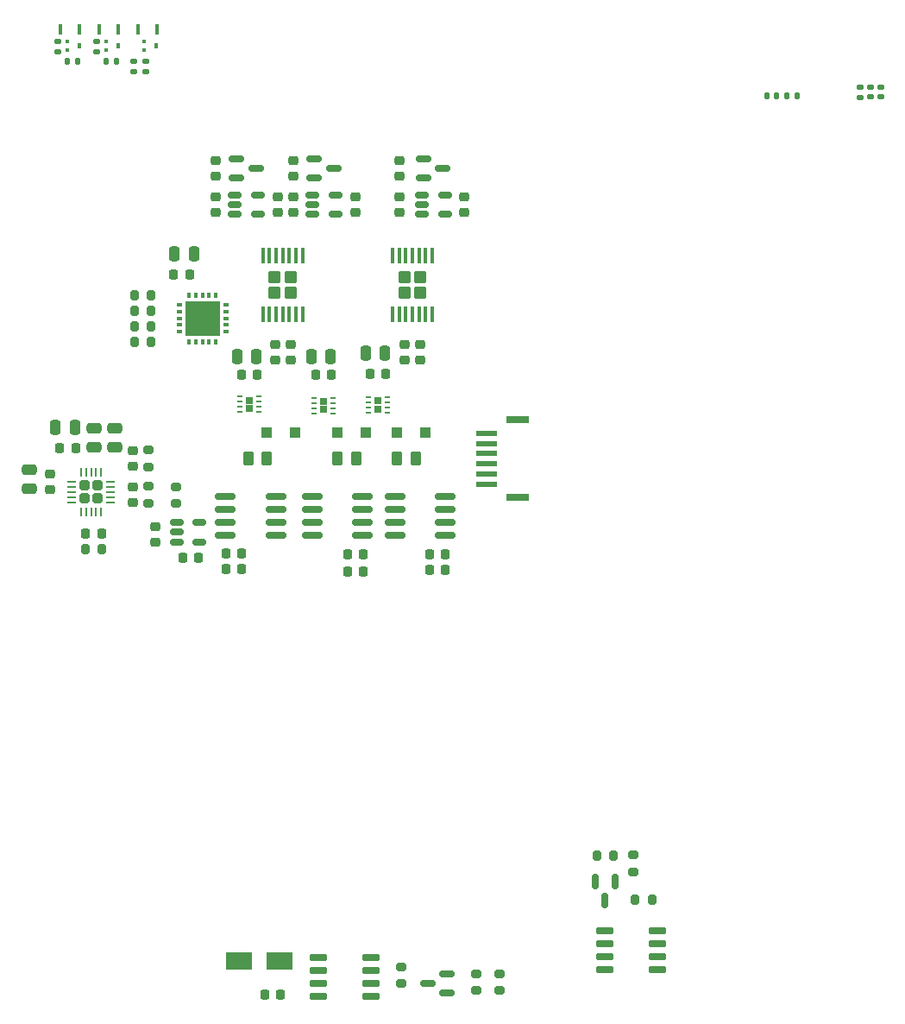
<source format=gbp>
G04 #@! TF.GenerationSoftware,KiCad,Pcbnew,(6.0.5)*
G04 #@! TF.CreationDate,2022-06-17T13:42:06-04:00*
G04 #@! TF.ProjectId,FP Interface Card,46502049-6e74-4657-9266-616365204361,rev?*
G04 #@! TF.SameCoordinates,Original*
G04 #@! TF.FileFunction,Paste,Bot*
G04 #@! TF.FilePolarity,Positive*
%FSLAX46Y46*%
G04 Gerber Fmt 4.6, Leading zero omitted, Abs format (unit mm)*
G04 Created by KiCad (PCBNEW (6.0.5)) date 2022-06-17 13:42:06*
%MOMM*%
%LPD*%
G01*
G04 APERTURE LIST*
G04 Aperture macros list*
%AMRoundRect*
0 Rectangle with rounded corners*
0 $1 Rounding radius*
0 $2 $3 $4 $5 $6 $7 $8 $9 X,Y pos of 4 corners*
0 Add a 4 corners polygon primitive as box body*
4,1,4,$2,$3,$4,$5,$6,$7,$8,$9,$2,$3,0*
0 Add four circle primitives for the rounded corners*
1,1,$1+$1,$2,$3*
1,1,$1+$1,$4,$5*
1,1,$1+$1,$6,$7*
1,1,$1+$1,$8,$9*
0 Add four rect primitives between the rounded corners*
20,1,$1+$1,$2,$3,$4,$5,0*
20,1,$1+$1,$4,$5,$6,$7,0*
20,1,$1+$1,$6,$7,$8,$9,0*
20,1,$1+$1,$8,$9,$2,$3,0*%
G04 Aperture macros list end*
%ADD10R,0.400000X0.615800*%
%ADD11R,0.615800X0.400000*%
%ADD12R,3.350000X3.350000*%
%ADD13R,0.370000X1.000000*%
%ADD14RoundRect,0.140000X-0.170000X0.140000X-0.170000X-0.140000X0.170000X-0.140000X0.170000X0.140000X0*%
%ADD15R,0.450000X0.400000*%
%ADD16R,0.450000X0.500000*%
%ADD17RoundRect,0.135000X-0.135000X-0.185000X0.135000X-0.185000X0.135000X0.185000X-0.135000X0.185000X0*%
%ADD18RoundRect,0.135000X-0.185000X0.135000X-0.185000X-0.135000X0.185000X-0.135000X0.185000X0.135000X0*%
%ADD19RoundRect,0.135000X0.185000X-0.135000X0.185000X0.135000X-0.185000X0.135000X-0.185000X-0.135000X0*%
%ADD20RoundRect,0.140000X-0.140000X-0.170000X0.140000X-0.170000X0.140000X0.170000X-0.140000X0.170000X0*%
%ADD21RoundRect,0.140000X0.140000X0.170000X-0.140000X0.170000X-0.140000X-0.170000X0.140000X-0.170000X0*%
%ADD22RoundRect,0.225000X-0.225000X-0.250000X0.225000X-0.250000X0.225000X0.250000X-0.225000X0.250000X0*%
%ADD23RoundRect,0.150000X0.825000X0.150000X-0.825000X0.150000X-0.825000X-0.150000X0.825000X-0.150000X0*%
%ADD24RoundRect,0.225000X0.225000X0.250000X-0.225000X0.250000X-0.225000X-0.250000X0.225000X-0.250000X0*%
%ADD25RoundRect,0.150000X-0.512500X-0.150000X0.512500X-0.150000X0.512500X0.150000X-0.512500X0.150000X0*%
%ADD26RoundRect,0.250000X0.262500X0.450000X-0.262500X0.450000X-0.262500X-0.450000X0.262500X-0.450000X0*%
%ADD27R,2.025000X0.600000*%
%ADD28R,2.275000X0.800000*%
%ADD29RoundRect,0.150000X-0.725000X-0.150000X0.725000X-0.150000X0.725000X0.150000X-0.725000X0.150000X0*%
%ADD30RoundRect,0.225000X0.250000X-0.225000X0.250000X0.225000X-0.250000X0.225000X-0.250000X-0.225000X0*%
%ADD31RoundRect,0.250000X0.475000X-0.250000X0.475000X0.250000X-0.475000X0.250000X-0.475000X-0.250000X0*%
%ADD32RoundRect,0.250001X-0.374999X0.354999X-0.374999X-0.354999X0.374999X-0.354999X0.374999X0.354999X0*%
%ADD33RoundRect,0.100000X-0.100000X0.687500X-0.100000X-0.687500X0.100000X-0.687500X0.100000X0.687500X0*%
%ADD34RoundRect,0.200000X-0.275000X0.200000X-0.275000X-0.200000X0.275000X-0.200000X0.275000X0.200000X0*%
%ADD35RoundRect,0.200000X0.200000X0.275000X-0.200000X0.275000X-0.200000X-0.275000X0.200000X-0.275000X0*%
%ADD36R,1.100000X1.100000*%
%ADD37R,2.500000X1.800000*%
%ADD38R,0.750000X0.650000*%
%ADD39R,0.500000X0.250000*%
%ADD40RoundRect,0.250000X-0.255000X0.255000X-0.255000X-0.255000X0.255000X-0.255000X0.255000X0.255000X0*%
%ADD41RoundRect,0.062500X-0.062500X0.350000X-0.062500X-0.350000X0.062500X-0.350000X0.062500X0.350000X0*%
%ADD42RoundRect,0.062500X-0.350000X0.062500X-0.350000X-0.062500X0.350000X-0.062500X0.350000X0.062500X0*%
%ADD43RoundRect,0.200000X-0.200000X-0.275000X0.200000X-0.275000X0.200000X0.275000X-0.200000X0.275000X0*%
%ADD44RoundRect,0.200000X0.275000X-0.200000X0.275000X0.200000X-0.275000X0.200000X-0.275000X-0.200000X0*%
%ADD45RoundRect,0.225000X-0.250000X0.225000X-0.250000X-0.225000X0.250000X-0.225000X0.250000X0.225000X0*%
%ADD46RoundRect,0.250000X0.250000X0.475000X-0.250000X0.475000X-0.250000X-0.475000X0.250000X-0.475000X0*%
%ADD47RoundRect,0.150000X-0.587500X-0.150000X0.587500X-0.150000X0.587500X0.150000X-0.587500X0.150000X0*%
%ADD48RoundRect,0.250000X-0.250000X-0.475000X0.250000X-0.475000X0.250000X0.475000X-0.250000X0.475000X0*%
%ADD49RoundRect,0.150000X0.725000X0.150000X-0.725000X0.150000X-0.725000X-0.150000X0.725000X-0.150000X0*%
%ADD50RoundRect,0.150000X0.587500X0.150000X-0.587500X0.150000X-0.587500X-0.150000X0.587500X-0.150000X0*%
%ADD51RoundRect,0.150000X-0.150000X0.587500X-0.150000X-0.587500X0.150000X-0.587500X0.150000X0.587500X0*%
G04 APERTURE END LIST*
D10*
X60000208Y-91022501D03*
X60650208Y-91022501D03*
X61300208Y-91022501D03*
X61950208Y-91022501D03*
X62600208Y-91022501D03*
D11*
X63583108Y-92005401D03*
X63583108Y-92655401D03*
X63583108Y-93305401D03*
X63583108Y-93955401D03*
X63583108Y-94605401D03*
D10*
X62600208Y-95588301D03*
X61950208Y-95588301D03*
X61300208Y-95588301D03*
X60650208Y-95588301D03*
X60000208Y-95588301D03*
D11*
X59017308Y-94605401D03*
X59017308Y-93955401D03*
X59017308Y-93305401D03*
X59017308Y-92655401D03*
X59017308Y-92005401D03*
D12*
X61300208Y-93305401D03*
D13*
X49233781Y-64974280D03*
X47373781Y-64974280D03*
X53033773Y-64974280D03*
X51173773Y-64974280D03*
X56833791Y-64974280D03*
X54973791Y-64974280D03*
D14*
X126878300Y-70636000D03*
X126878300Y-71596000D03*
X127868900Y-70636000D03*
X127868900Y-71596000D03*
D15*
X48084000Y-66969400D03*
X48084000Y-66169400D03*
D16*
X49234000Y-66569400D03*
D15*
X51868600Y-66969400D03*
X51868600Y-66169400D03*
D16*
X53018600Y-66569400D03*
D15*
X55577000Y-66969400D03*
X55577000Y-66169400D03*
D16*
X56727000Y-66569400D03*
D17*
X48072800Y-68118800D03*
X49092800Y-68118800D03*
D18*
X125887700Y-70631400D03*
X125887700Y-71651400D03*
D19*
X47109600Y-67181000D03*
X47109600Y-66161000D03*
D17*
X51882800Y-68118800D03*
X52902800Y-68118800D03*
D19*
X50945000Y-67181000D03*
X50945000Y-66161000D03*
D18*
X55775800Y-68108800D03*
X55775800Y-69128800D03*
D19*
X54526400Y-69136800D03*
X54526400Y-68116800D03*
D20*
X118689400Y-71497000D03*
X119649400Y-71497000D03*
D21*
X117668200Y-71497000D03*
X116708200Y-71497000D03*
D22*
X83566000Y-117983000D03*
X85116000Y-117983000D03*
D23*
X68515000Y-110740000D03*
X68515000Y-112010000D03*
X68515000Y-113280000D03*
X68515000Y-114550000D03*
X63565000Y-114550000D03*
X63565000Y-113280000D03*
X63565000Y-112010000D03*
X63565000Y-110740000D03*
D24*
X73945000Y-98802000D03*
X72395000Y-98802000D03*
D25*
X82814700Y-83079400D03*
X82814700Y-82129400D03*
X82814700Y-81179400D03*
X85089700Y-81179400D03*
X85089700Y-83079400D03*
D26*
X82213500Y-107057000D03*
X80388500Y-107057000D03*
D27*
X89197500Y-109557000D03*
X89197500Y-108557000D03*
X89197500Y-107557000D03*
X89197500Y-106557000D03*
X89197500Y-105557000D03*
X89197500Y-104557000D03*
D28*
X92247500Y-110857000D03*
X92247500Y-103257000D03*
D24*
X66706000Y-98821000D03*
X65156000Y-98821000D03*
D29*
X100810000Y-157154000D03*
X100810000Y-155884000D03*
X100810000Y-154614000D03*
X100810000Y-153344000D03*
X105960000Y-153344000D03*
X105960000Y-154614000D03*
X105960000Y-155884000D03*
X105960000Y-157154000D03*
D30*
X70190200Y-82904400D03*
X70190200Y-81354400D03*
D31*
X50632200Y-105939400D03*
X50632200Y-104039400D03*
D32*
X82681200Y-89253400D03*
X81131200Y-90753400D03*
X82681200Y-90753400D03*
X81131200Y-89253400D03*
D33*
X79956200Y-87140900D03*
X80606200Y-87140900D03*
X81256200Y-87140900D03*
X81906200Y-87140900D03*
X82556200Y-87140900D03*
X83206200Y-87140900D03*
X83856200Y-87140900D03*
X83856200Y-92865900D03*
X83206200Y-92865900D03*
X82556200Y-92865900D03*
X81906200Y-92865900D03*
X81256200Y-92865900D03*
X80606200Y-92865900D03*
X79956200Y-92865900D03*
D30*
X80650200Y-82924400D03*
X80650200Y-81374400D03*
D22*
X83566000Y-116459000D03*
X85116000Y-116459000D03*
D34*
X80814000Y-156895000D03*
X80814000Y-158545000D03*
D24*
X79279000Y-98727000D03*
X77729000Y-98727000D03*
D35*
X51457200Y-115911400D03*
X49807200Y-115911400D03*
D36*
X74567000Y-104517000D03*
X77367000Y-104517000D03*
D34*
X103599000Y-145925000D03*
X103599000Y-147575000D03*
D30*
X56669800Y-115275600D03*
X56669800Y-113725600D03*
D22*
X75552000Y-116459000D03*
X77102000Y-116459000D03*
D34*
X90444000Y-157545000D03*
X90444000Y-159195000D03*
D37*
X64898000Y-156326000D03*
X68898000Y-156326000D03*
D38*
X65931000Y-102123000D03*
X65931000Y-101323000D03*
D39*
X66881000Y-100973000D03*
X66881000Y-101473000D03*
X66881000Y-101973000D03*
X66881000Y-102473000D03*
X64981000Y-102473000D03*
X64981000Y-101973000D03*
X64981000Y-101473000D03*
X64981000Y-100973000D03*
D25*
X58763100Y-115220200D03*
X58763100Y-114270200D03*
X58763100Y-113320200D03*
X61038100Y-113320200D03*
X61038100Y-115220200D03*
D40*
X49753200Y-109698400D03*
X49753200Y-110948400D03*
X51003200Y-109698400D03*
X51003200Y-110948400D03*
D41*
X49378200Y-108385900D03*
X49878200Y-108385900D03*
X50378200Y-108385900D03*
X50878200Y-108385900D03*
X51378200Y-108385900D03*
D42*
X52315700Y-109323400D03*
X52315700Y-109823400D03*
X52315700Y-110323400D03*
X52315700Y-110823400D03*
X52315700Y-111323400D03*
D41*
X51378200Y-112260900D03*
X50878200Y-112260900D03*
X50378200Y-112260900D03*
X49878200Y-112260900D03*
X49378200Y-112260900D03*
D42*
X48440700Y-111323400D03*
X48440700Y-110823400D03*
X48440700Y-110323400D03*
X48440700Y-109823400D03*
X48440700Y-109323400D03*
D43*
X54633200Y-95591400D03*
X56283200Y-95591400D03*
D26*
X67608500Y-107057000D03*
X65783500Y-107057000D03*
D30*
X68666200Y-82904400D03*
X68666200Y-81354400D03*
D44*
X55966200Y-107846400D03*
X55966200Y-106196400D03*
D34*
X58750000Y-109825000D03*
X58750000Y-111475000D03*
D30*
X62570200Y-79348400D03*
X62570200Y-77798400D03*
X54442200Y-111352400D03*
X54442200Y-109802400D03*
D45*
X81144200Y-95832400D03*
X81144200Y-97382400D03*
D46*
X79200000Y-96695000D03*
X77300000Y-96695000D03*
D24*
X60925600Y-116810200D03*
X59375600Y-116810200D03*
D46*
X48788200Y-103973400D03*
X46888200Y-103973400D03*
D47*
X83014700Y-79543400D03*
X83014700Y-77643400D03*
X84889700Y-78593400D03*
D36*
X80409000Y-104517000D03*
X83209000Y-104517000D03*
D30*
X62570200Y-82904400D03*
X62570200Y-81354400D03*
D22*
X49857200Y-114387400D03*
X51407200Y-114387400D03*
D30*
X87000200Y-82924400D03*
X87000200Y-81374400D03*
D43*
X54633200Y-94067400D03*
X56283200Y-94067400D03*
X54633200Y-92543400D03*
X56283200Y-92543400D03*
D26*
X76371500Y-107057000D03*
X74546500Y-107057000D03*
D36*
X67582000Y-104517000D03*
X70382000Y-104517000D03*
D46*
X66627000Y-97043000D03*
X64727000Y-97043000D03*
D35*
X101649000Y-145950000D03*
X99999000Y-145950000D03*
D24*
X48867200Y-106005400D03*
X47317200Y-106005400D03*
D30*
X70190200Y-79348400D03*
X70190200Y-77798400D03*
D45*
X54442200Y-106246400D03*
X54442200Y-107796400D03*
D43*
X54633200Y-91019400D03*
X56283200Y-91019400D03*
D23*
X77024000Y-110740000D03*
X77024000Y-112010000D03*
X77024000Y-113280000D03*
X77024000Y-114550000D03*
X72074000Y-114550000D03*
X72074000Y-113280000D03*
X72074000Y-112010000D03*
X72074000Y-110740000D03*
D47*
X72300700Y-79523400D03*
X72300700Y-77623400D03*
X74175700Y-78573400D03*
D30*
X80650200Y-79368400D03*
X80650200Y-77818400D03*
D35*
X105410000Y-150301000D03*
X103760000Y-150301000D03*
D48*
X58572200Y-86955400D03*
X60472200Y-86955400D03*
D34*
X88158000Y-157545000D03*
X88158000Y-159195000D03*
D22*
X63614000Y-117856000D03*
X65164000Y-117856000D03*
X63614000Y-116332000D03*
X65164000Y-116332000D03*
D30*
X76286200Y-82904400D03*
X76286200Y-81354400D03*
D49*
X77855000Y-155945000D03*
X77855000Y-157215000D03*
X77855000Y-158485000D03*
X77855000Y-159755000D03*
X72705000Y-159755000D03*
X72705000Y-158485000D03*
X72705000Y-157215000D03*
X72705000Y-155945000D03*
D25*
X72100700Y-83079400D03*
X72100700Y-82129400D03*
X72100700Y-81179400D03*
X74375700Y-81179400D03*
X74375700Y-83079400D03*
D50*
X85307500Y-157586000D03*
X85307500Y-159486000D03*
X83432500Y-158536000D03*
D30*
X46314200Y-110082400D03*
X46314200Y-108532400D03*
D47*
X64680700Y-79523400D03*
X64680700Y-77623400D03*
X66555700Y-78573400D03*
D51*
X99874000Y-148512500D03*
X101774000Y-148512500D03*
X100824000Y-150387500D03*
D38*
X73170000Y-102250000D03*
X73170000Y-101450000D03*
D39*
X74120000Y-101100000D03*
X74120000Y-101600000D03*
X74120000Y-102100000D03*
X74120000Y-102600000D03*
X72220000Y-102600000D03*
X72220000Y-102100000D03*
X72220000Y-101600000D03*
X72220000Y-101100000D03*
D45*
X82668200Y-95832400D03*
X82668200Y-97382400D03*
D32*
X69949200Y-90753400D03*
X69949200Y-89253400D03*
X68399200Y-89253400D03*
X68399200Y-90753400D03*
D33*
X67224200Y-87140900D03*
X67874200Y-87140900D03*
X68524200Y-87140900D03*
X69174200Y-87140900D03*
X69824200Y-87140900D03*
X70474200Y-87140900D03*
X71124200Y-87140900D03*
X71124200Y-92865900D03*
X70474200Y-92865900D03*
X69824200Y-92865900D03*
X69174200Y-92865900D03*
X68524200Y-92865900D03*
X67874200Y-92865900D03*
X67224200Y-92865900D03*
D31*
X52664200Y-105939400D03*
X52664200Y-104039400D03*
D46*
X73866000Y-97024000D03*
X71966000Y-97024000D03*
D45*
X68412200Y-95832400D03*
X68412200Y-97382400D03*
D23*
X85152000Y-110740000D03*
X85152000Y-112010000D03*
X85152000Y-113280000D03*
X85152000Y-114550000D03*
X80202000Y-114550000D03*
X80202000Y-113280000D03*
X80202000Y-112010000D03*
X80202000Y-110740000D03*
D45*
X69936200Y-95832400D03*
X69936200Y-97382400D03*
D24*
X68943000Y-159628000D03*
X67393000Y-159628000D03*
D38*
X78504000Y-101375000D03*
X78504000Y-102175000D03*
D39*
X79454000Y-101025000D03*
X79454000Y-101525000D03*
X79454000Y-102025000D03*
X79454000Y-102525000D03*
X77554000Y-102525000D03*
X77554000Y-102025000D03*
X77554000Y-101525000D03*
X77554000Y-101025000D03*
D22*
X58493200Y-88987400D03*
X60043200Y-88987400D03*
D25*
X64480700Y-83079400D03*
X64480700Y-82129400D03*
X64480700Y-81179400D03*
X66755700Y-81179400D03*
X66755700Y-83079400D03*
D34*
X55966200Y-109752400D03*
X55966200Y-111402400D03*
D22*
X75552000Y-118110000D03*
X77102000Y-118110000D03*
D31*
X44282200Y-110003400D03*
X44282200Y-108103400D03*
M02*

</source>
